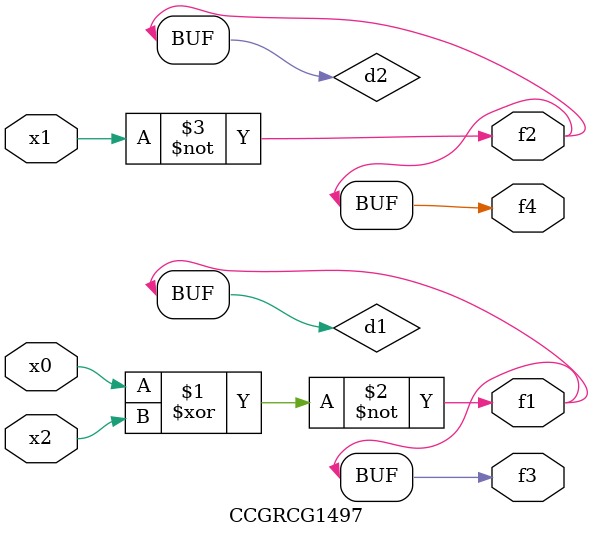
<source format=v>
module CCGRCG1497(
	input x0, x1, x2,
	output f1, f2, f3, f4
);

	wire d1, d2, d3;

	xnor (d1, x0, x2);
	nand (d2, x1);
	nor (d3, x1, x2);
	assign f1 = d1;
	assign f2 = d2;
	assign f3 = d1;
	assign f4 = d2;
endmodule

</source>
